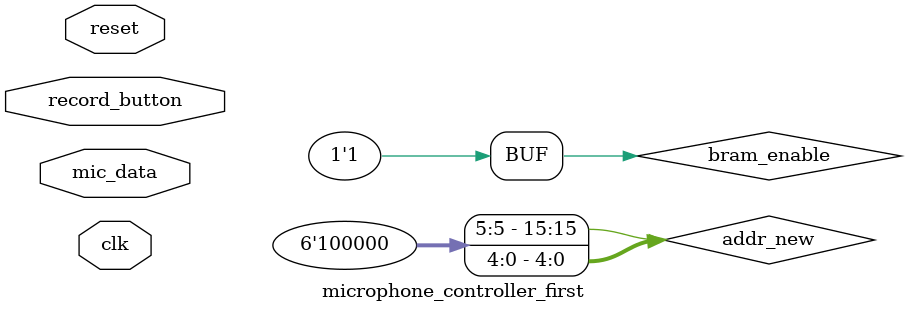
<source format=v>
module microphone_controller_first(clk, reset, record_button, mic_data);
input clk, reset, record_button, mic_data;
//input clkout_sys, clkout_mic;
wire clkout_sys, clkout_mic;
reg [15:0] addr_new;
//reg bram_enable;


reg [31:0] data_shift;
reg [31:0] data_bram;

reg [2:0] current_state, next_state;

reg [23:0] counter_record;
reg [11:0] counter;
reg addr_count;

reg counter_enable, counter_record_enable, mic_on, enable_shift;

/* gia tin bram metavlites */
reg [3:0] WEA;
reg bram_enable = 1;
wire [31:0] data_out;

reg [9:0] addr;
reg new_button;

parameter idle = 3'b000,
            mic_enable = 3'b001,
            bram_write = 3'b010,
            register_reset = 3'b011, 
            mic_sampling = 3'b100;       

always @(posedge clkout_sys or posedge reset)
begin
   if(reset)
      new_button <= 0;
   else
   begin
      if (counter_record == 24'd2999998)      // ama thelo na to kratiso perissotero apla anevazo ton xrono
      //if(counter_record == 24'd12822)
         new_button <= 0;
      else if (record_button)
         new_button <= 1;
   end
end

/* always block gia ton shift register pou metaferei ta dedomena stin bram */
always @(posedge clkout_mic or posedge reset)
begin
   if (reset)
      data_shift <= 32'b0;
   else
   begin
      if(enable_shift == 0)
         data_shift <= 32'b0;
      else
      begin
         data_shift <= {data_shift[30:0], mic_data};
      end
   end
end

always @(posedge clkout_sys or posedge reset)
begin
   if (reset)
      current_state <= idle;
   else
      current_state <= next_state;
end

always @(current_state or new_button or counter or counter_record)
begin
      counter_record_enable = 1;
      counter_enable = 0;
      //mic_on = 1;
      enable_shift = 1;
      WEA = 4'b0000;
      addr_count = 0;
      data_bram = 0;
      next_state = current_state;

   case (current_state)
      idle:
      begin
         counter_record_enable = 0;
         counter_enable = 0;
         //mic_on = 0;
         enable_shift = 0;
         //data_bram = 0;
         begin
            if(new_button == 1)
               next_state = mic_enable;
            else
               next_state = current_state;
         end
      end
      
      mic_enable:
      begin
         //mic_on = 1;
         // enable_shift = 1;
         counter_record_enable = 1;
         counter_enable = 1;
         //WEA = 4'b1111;
         if(counter_record == 24'd2999999)
         //if(counter_record == 24'd12822)    //214314
            next_state = idle;
         else if(counter == 12'd3149)    // -1 apo to allo roloi gia na provlepsei kai tin allagi tou state
            next_state = bram_write;
         else
            next_state = current_state;
      end

      mic_sampling:  // arxika thelei na pao stin mesi kai meta metrao xrono iso me 32*500 = 16000ns
      begin
         //mic_on = 1;
         counter_record_enable = 1;
         counter_enable = 1;
         //WEA = 4'b1111;
         if(counter_record == 24'd2999999)
         //if(counter_record == 24'd12822)
            next_state = idle;
         else if(counter == 12'd3197)    // -2 gt ipologizo kai to teleutaio state
            next_state = bram_write;
         else
            next_state = current_state;
      end

      bram_write:
      begin
         data_bram = data_shift;
         enable_shift = 1;    // gia na kanei reset o register
         counter_enable = 0;
         counter_record_enable = 1;
         WEA = 4'b1111;
         if(counter_record == 24'd2999999)
         //if(counter_record == 24'd12822)
            next_state = idle;
         else
            next_state = register_reset;
      end   

      register_reset:
      begin
         enable_shift = 0;
         addr_count = 1;
         if(counter_record == 24'd2999999)
         //if(counter_record == 24'd12822)
            next_state = idle;
         else
            next_state = mic_sampling;
      end
   endcase
end


/* coutner pou metraei ta 0.015 sec gia to record*/
always @(posedge clkout_sys or posedge reset)
begin
   if(reset)
      counter_record <= 0;
   else if(counter_record == 24'd3000000)
      counter_record <= 24'b0;
   else
   begin
      if(counter_record_enable == 1)
         counter_record <= counter_record + 24'b1;
      else
         counter_record <= 24'b0;
   end

//   if(counter_record == 24'd3000000)
//      counter_record <= 0;
end


/* counter pou metraei ton xrono mexri na paei 16 o register kai meta na ginei write stin bram */
always @(posedge clkout_sys or posedge reset)
begin
   if(reset)
      counter <= 12'b0;
   else
   begin
      if(counter_enable == 1)
         counter <= counter + 12'b1;
      else
         counter <= 12'b0;
   end
end


/* counter pou allazei to addr gia tin bram */
always @(posedge clkout_sys or posedge reset)
begin
   if(reset)
      addr <= 10'b0;
   else
   begin
      if(addr_count == 1)
         addr <= addr + 10'b1;
   end
end
//assign addr_new = {0,addr,00000};

always @(addr)
begin
   addr_new = {1'b1, addr, 5'b00000};  // thelei 1 to MSB
end


clocks_mmcm clocks_mmcm_inst (.clk(clk), .reset(reset), .clkout_sys(clkout_sys), .clkout_mic(clkout_mic));

bram bram_inst (.clk(clkout_sys), .reset(reset), .bram_enable(bram_enable), .addr(addr_new), .WEA(WEA), .data_in(data_bram), .data_out(data_out));



endmodule
</source>
